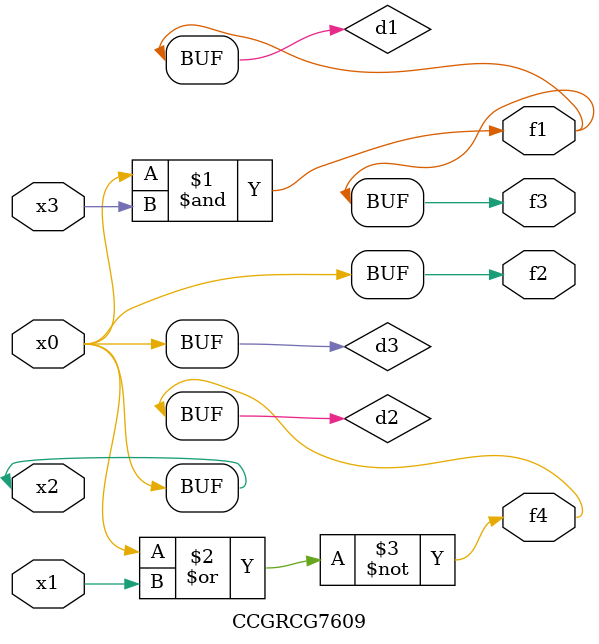
<source format=v>
module CCGRCG7609(
	input x0, x1, x2, x3,
	output f1, f2, f3, f4
);

	wire d1, d2, d3;

	and (d1, x2, x3);
	nor (d2, x0, x1);
	buf (d3, x0, x2);
	assign f1 = d1;
	assign f2 = d3;
	assign f3 = d1;
	assign f4 = d2;
endmodule

</source>
